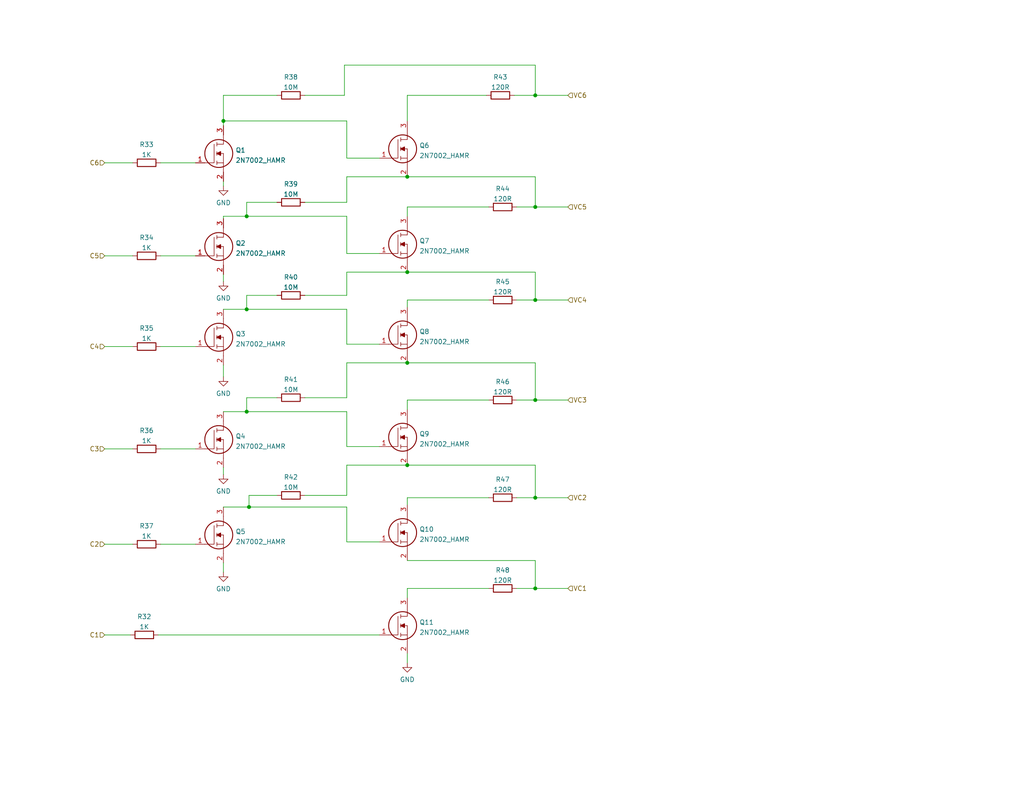
<source format=kicad_sch>
(kicad_sch (version 20211123) (generator eeschema)
  (paper "USLetter")
  (title_block (title "Lipo Auto Discharger/Balancer") (rev "1.0") (company "Quantum Embedded System"))
  (lib_symbols
    (symbol "Device:R" (pin_numbers hide) (pin_names (offset 0))
      (property "Reference" "R" (at 2.032 0 90))
      (property "Value" "R" (at 0 0 90))
      (symbol "R_0_1"
        (rectangle (start -1.016 -2.54) (end 1.016 2.54) (stroke (width 0.254)))
      )
      (symbol "R_1_1"
        (pin passive line (at 0 3.81 270) (length 1.27) (name "~") (number "1"))
        (pin passive line (at 0 -3.81 90) (length 1.27) (name "~") (number "2"))
      )
    )
    (symbol "SamacSys_Parts:2N7002_HAMR" (pin_names (offset 0.762))
      (property "Reference" "Q" (at 11.43 3.81 0))
      (property "Value" "2N7002_HAMR" (at 11.43 1.27 0))
      (symbol "2N7002_HAMR_0_0"
        (pin passive line (at 0 0 0) (length 2.54) (name "~") (number "1"))
        (pin passive line (at 7.62 -5.08 90) (length 2.54) (name "~") (number "2"))
        (pin passive line (at 7.62 10.16 270) (length 2.54) (name "~") (number "3"))
      )
      (symbol "2N7002_HAMR_0_1"
        (polyline (pts (xy 5.842 -0.508) (xy 5.842 0.508)) (stroke (width 0.1524)))
        (polyline (pts (xy 5.842 0) (xy 7.62 0)) (stroke (width 0.1524)))
        (polyline (pts (xy 5.842 2.032) (xy 5.842 3.048)) (stroke (width 0.1524)))
        (polyline (pts (xy 5.842 5.588) (xy 5.842 4.572)) (stroke (width 0.1524)))
        (polyline (pts (xy 7.62 2.54) (xy 5.842 2.54)) (stroke (width 0.1524)))
        (polyline (pts (xy 7.62 2.54) (xy 7.62 -2.54)) (stroke (width 0.1524)))
        (polyline (pts (xy 7.62 5.08) (xy 5.842 5.08)) (stroke (width 0.1524)))
        (polyline (pts (xy 7.62 5.08) (xy 7.62 7.62)) (stroke (width 0.1524)))
        (polyline (pts (xy 2.54 0) (xy 5.08 0) (xy 5.08 5.08)) (stroke (width 0.1524)))
        (polyline (pts (xy 5.842 2.54) (xy 6.858 3.048) (xy 6.858 2.032) (xy 5.842 2.54)) (stroke (width 0.254)) (fill (type outline)))
        (circle (center 6.35 2.54) (radius 3.81) (stroke (width 0.254)))
      )
    )
    (symbol "power:GND" (power) (pin_names (offset 0))
      (property "Value" "GND" (at 0 -3.81 0))
      (symbol "GND_0_1"
        (polyline (pts (xy 0 0) (xy 0 -1.27) (xy 1.27 -1.27) (xy 0 -2.54) (xy -1.27 -1.27) (xy 0 -1.27)))
      )
      (symbol "GND_1_1"
        (pin power_in line (at 0 0 270) (length 0) hide (name "GND") (number "1"))
      )
    )
  )
  (junction (at 111.125 99.06))
  (junction (at 67.31 84.455))
  (junction (at 111.125 127))
  (junction (at 111.125 48.26))
  (junction (at 111.125 74.295))
  (junction (at 67.31 112.395))
  (junction (at 146.05 56.515))
  (junction (at 146.05 135.89))
  (junction (at 146.05 26.035))
  (junction (at 146.05 109.22))
  (junction (at 146.05 160.655))
  (junction (at 146.05 81.915))
  (junction (at 60.96 33.02))
  (junction (at 67.31 59.055))
  (junction (at 67.945 138.43))
  (wire (pts (xy 146.05 26.035) (xy 154.94 26.035)))
  (wire (pts (xy 146.05 56.515) (xy 154.94 56.515)))
  (wire (pts (xy 93.98 17.78) (xy 146.05 17.78)))
  (wire (pts (xy 111.125 153.035) (xy 146.05 153.035)))
  (wire (pts (xy 83.185 135.255) (xy 94.615 135.255)))
  (wire (pts (xy 111.125 135.89) (xy 133.35 135.89)))
  (wire (pts (xy 43.815 44.45) (xy 53.34 44.45)))
  (wire (pts (xy 94.615 108.585) (xy 94.615 99.06)))
  (wire (pts (xy 75.565 80.645) (xy 67.31 80.645)))
  (wire (pts (xy 28.575 122.555) (xy 36.195 122.555)))
  (wire (pts (xy 111.125 109.22) (xy 133.35 109.22)))
  (wire (pts (xy 94.615 84.455) (xy 94.615 93.98)))
  (wire (pts (xy 111.125 81.915) (xy 133.35 81.915)))
  (wire (pts (xy 140.97 135.89) (xy 146.05 135.89)))
  (wire (pts (xy 140.97 56.515) (xy 146.05 56.515)))
  (wire (pts (xy 28.575 69.85) (xy 36.195 69.85)))
  (wire (pts (xy 111.125 59.055) (xy 111.125 56.515)))
  (wire (pts (xy 146.05 127) (xy 146.05 135.89)))
  (wire (pts (xy 111.125 74.295) (xy 146.05 74.295)))
  (wire (pts (xy 28.575 148.59) (xy 36.195 148.59)))
  (wire (pts (xy 140.97 109.22) (xy 146.05 109.22)))
  (wire (pts (xy 83.185 55.245) (xy 94.615 55.245)))
  (wire (pts (xy 111.125 127) (xy 146.05 127)))
  (wire (pts (xy 67.31 55.245) (xy 75.565 55.245)))
  (wire (pts (xy 111.125 180.975) (xy 111.125 178.435)))
  (wire (pts (xy 60.96 156.21) (xy 60.96 153.67)))
  (wire (pts (xy 103.505 43.18) (xy 94.615 43.18)))
  (wire (pts (xy 94.615 69.215) (xy 103.505 69.215)))
  (wire (pts (xy 67.31 112.395) (xy 94.615 112.395)))
  (wire (pts (xy 146.05 48.26) (xy 146.05 56.515)))
  (wire (pts (xy 60.96 49.53) (xy 60.96 50.8)))
  (wire (pts (xy 146.05 99.06) (xy 146.05 109.22)))
  (wire (pts (xy 60.96 129.54) (xy 60.96 127.635)))
  (wire (pts (xy 60.96 84.455) (xy 67.31 84.455)))
  (wire (pts (xy 94.615 127) (xy 111.125 127)))
  (wire (pts (xy 67.31 80.645) (xy 67.31 84.455)))
  (wire (pts (xy 60.96 138.43) (xy 67.945 138.43)))
  (wire (pts (xy 146.05 160.655) (xy 154.94 160.655)))
  (wire (pts (xy 146.05 135.89) (xy 154.94 135.89)))
  (wire (pts (xy 94.615 33.02) (xy 60.96 33.02)))
  (wire (pts (xy 111.125 99.06) (xy 146.05 99.06)))
  (wire (pts (xy 140.97 81.915) (xy 146.05 81.915)))
  (wire (pts (xy 67.945 138.43) (xy 94.615 138.43)))
  (wire (pts (xy 111.125 111.76) (xy 111.125 109.22)))
  (wire (pts (xy 43.815 148.59) (xy 53.34 148.59)))
  (wire (pts (xy 28.575 44.45) (xy 36.195 44.45)))
  (wire (pts (xy 94.615 43.18) (xy 94.615 33.02)))
  (wire (pts (xy 83.185 80.645) (xy 94.615 80.645)))
  (wire (pts (xy 83.185 26.035) (xy 93.98 26.035)))
  (wire (pts (xy 67.31 108.585) (xy 75.565 108.585)))
  (wire (pts (xy 94.615 59.055) (xy 94.615 69.215)))
  (wire (pts (xy 67.945 135.255) (xy 67.945 138.43)))
  (wire (pts (xy 94.615 55.245) (xy 94.615 48.26)))
  (wire (pts (xy 111.125 83.82) (xy 111.125 81.915)))
  (wire (pts (xy 60.96 34.29) (xy 60.96 33.02)))
  (wire (pts (xy 28.575 173.355) (xy 35.56 173.355)))
  (wire (pts (xy 94.615 112.395) (xy 94.615 121.92)))
  (wire (pts (xy 43.815 122.555) (xy 53.34 122.555)))
  (wire (pts (xy 60.96 59.055) (xy 67.31 59.055)))
  (wire (pts (xy 67.31 59.055) (xy 67.31 55.245)))
  (wire (pts (xy 111.125 26.035) (xy 132.715 26.035)))
  (wire (pts (xy 60.96 102.87) (xy 60.96 99.695)))
  (wire (pts (xy 93.98 26.035) (xy 93.98 17.78)))
  (wire (pts (xy 94.615 48.26) (xy 111.125 48.26)))
  (wire (pts (xy 94.615 99.06) (xy 111.125 99.06)))
  (wire (pts (xy 60.96 26.035) (xy 75.565 26.035)))
  (wire (pts (xy 111.125 56.515) (xy 133.35 56.515)))
  (wire (pts (xy 146.05 153.035) (xy 146.05 160.655)))
  (wire (pts (xy 43.18 173.355) (xy 103.505 173.355)))
  (wire (pts (xy 94.615 80.645) (xy 94.615 74.295)))
  (wire (pts (xy 28.575 94.615) (xy 36.195 94.615)))
  (wire (pts (xy 60.96 33.02) (xy 60.96 26.035)))
  (wire (pts (xy 83.185 108.585) (xy 94.615 108.585)))
  (wire (pts (xy 94.615 147.955) (xy 103.505 147.955)))
  (wire (pts (xy 67.31 84.455) (xy 94.615 84.455)))
  (wire (pts (xy 94.615 135.255) (xy 94.615 127)))
  (wire (pts (xy 94.615 121.92) (xy 103.505 121.92)))
  (wire (pts (xy 67.31 59.055) (xy 94.615 59.055)))
  (wire (pts (xy 146.05 81.915) (xy 154.94 81.915)))
  (wire (pts (xy 60.96 59.055) (xy 60.96 59.69)))
  (wire (pts (xy 67.945 135.255) (xy 75.565 135.255)))
  (wire (pts (xy 43.815 69.85) (xy 53.34 69.85)))
  (wire (pts (xy 146.05 74.295) (xy 146.05 81.915)))
  (wire (pts (xy 94.615 93.98) (xy 103.505 93.98)))
  (wire (pts (xy 111.125 135.89) (xy 111.125 137.795)))
  (wire (pts (xy 146.05 109.22) (xy 154.94 109.22)))
  (wire (pts (xy 111.125 33.02) (xy 111.125 26.035)))
  (wire (pts (xy 111.125 163.195) (xy 111.125 160.655)))
  (wire (pts (xy 67.31 112.395) (xy 67.31 108.585)))
  (wire (pts (xy 111.125 160.655) (xy 133.35 160.655)))
  (wire (pts (xy 94.615 74.295) (xy 111.125 74.295)))
  (wire (pts (xy 60.96 112.395) (xy 67.31 112.395)))
  (wire (pts (xy 94.615 138.43) (xy 94.615 147.955)))
  (wire (pts (xy 146.05 26.035) (xy 140.335 26.035)))
  (wire (pts (xy 60.96 74.93) (xy 60.96 76.835)))
  (wire (pts (xy 146.05 17.78) (xy 146.05 26.035)))
  (wire (pts (xy 43.815 94.615) (xy 53.34 94.615)))
  (wire (pts (xy 111.125 48.26) (xy 146.05 48.26)))
  (wire (pts (xy 140.97 160.655) (xy 146.05 160.655)))
  (hierarchical_label "C6" (shape input) (at 28.575 44.45 180))
  (hierarchical_label "VC1" (shape input) (at 154.94 160.655 0))
  (hierarchical_label "VC5" (shape input) (at 154.94 56.515 0))
  (hierarchical_label "C3" (shape input) (at 28.575 122.555 180))
  (hierarchical_label "C1" (shape input) (at 28.575 173.355 180))
  (hierarchical_label "VC3" (shape input) (at 154.94 109.22 0))
  (hierarchical_label "C5" (shape input) (at 28.575 69.85 180))
  (hierarchical_label "VC6" (shape input) (at 154.94 26.035 0))
  (hierarchical_label "VC4" (shape input) (at 154.94 81.915 0))
  (hierarchical_label "VC2" (shape input) (at 154.94 135.89 0))
  (hierarchical_label "C2" (shape input) (at 28.575 148.59 180))
  (hierarchical_label "C4" (shape input) (at 28.575 94.615 180))
  (symbol (lib_id "Device:R") (at 79.375 26.035 90) (unit 1)
    (property "Reference" "R38" (at 79.375 21.0525 90))
    (property "Value" "10M" (at 79.375 23.8276 90))
  )
  (symbol (lib_id "SamacSys_Parts:2N7002_HAMR") (at 53.34 148.59 0) (unit 1)
    (property "Reference" "Q5" (at 64.262 145.1415 0) (effects (justify left)))
    (property "Value" "2N7002_HAMR" (at 64.262 147.9166 0) (effects (justify left)))
    (property "Footprint" "2N7002HAMR" (effects hide))
    (property "Datasheet" "https://assets.nexperia.com/documents/data-sheet/2N7002.pdf" (effects hide))
    (property "Description" "60 V, 300 mA N-channel Trench MOSFET VDS:60v  ID:300 ma" (effects hide))
    (property "Height" "1.1" (effects hide))
    (property "Mouser Part Number" "771-2N7002/HAMR" (effects hide))
    (property "Mouser Price/Stock" "https://www.mouser.co.uk/ProductDetail/Nexperia/2N7002-HAMR?qs=vLWxofP3U2z6UwzQk4y2Pw%3D%3D" (effects hide))
    (property "Manufacturer_Name" "Nexperia" (effects hide))
    (property "Manufacturer_Part_Number" "2N7002/HAMR" (effects hide))
  )
  (symbol (lib_id "power:GND") (at 111.125 180.975 0) (unit 1)
    (property "Reference" "#PWR041" (effects hide))
    (property "Value" "GND" (at 111.125 185.5375 0))
  )
  (symbol (lib_id "SamacSys_Parts:2N7002_HAMR") (at 103.505 69.215 0) (unit 1)
    (property "Reference" "Q7" (at 114.427 65.7665 0) (effects (justify left)))
    (property "Value" "2N7002_HAMR" (at 114.427 68.5416 0) (effects (justify left)))
    (property "Footprint" "2N7002HAMR" (effects hide))
    (property "Datasheet" "https://assets.nexperia.com/documents/data-sheet/2N7002.pdf" (effects hide))
    (property "Description" "60 V, 300 mA N-channel Trench MOSFET VDS:60v  ID:300 ma" (effects hide))
    (property "Height" "1.1" (effects hide))
    (property "Mouser Part Number" "771-2N7002/HAMR" (effects hide))
    (property "Mouser Price/Stock" "https://www.mouser.co.uk/ProductDetail/Nexperia/2N7002-HAMR?qs=vLWxofP3U2z6UwzQk4y2Pw%3D%3D" (effects hide))
    (property "Manufacturer_Name" "Nexperia" (effects hide))
    (property "Manufacturer_Part_Number" "2N7002/HAMR" (effects hide))
  )
  (symbol (lib_id "Device:R") (at 137.16 81.915 90) (unit 1)
    (property "Reference" "R45" (at 137.16 76.9325 90))
    (property "Value" "120R" (at 137.16 79.7076 90))
  )
  (symbol (lib_id "SamacSys_Parts:2N7002_HAMR") (at 103.505 173.355 0) (unit 1)
    (property "Reference" "Q11" (at 114.427 169.9065 0) (effects (justify left)))
    (property "Value" "2N7002_HAMR" (at 114.427 172.6816 0) (effects (justify left)))
    (property "Footprint" "2N7002HAMR" (effects hide))
    (property "Datasheet" "https://assets.nexperia.com/documents/data-sheet/2N7002.pdf" (effects hide))
    (property "Description" "60 V, 300 mA N-channel Trench MOSFET VDS:60v  ID:300 ma" (effects hide))
    (property "Height" "1.1" (effects hide))
    (property "Mouser Part Number" "771-2N7002/HAMR" (effects hide))
    (property "Mouser Price/Stock" "https://www.mouser.co.uk/ProductDetail/Nexperia/2N7002-HAMR?qs=vLWxofP3U2z6UwzQk4y2Pw%3D%3D" (effects hide))
    (property "Manufacturer_Name" "Nexperia" (effects hide))
    (property "Manufacturer_Part_Number" "2N7002/HAMR" (effects hide))
  )
  (symbol (lib_id "SamacSys_Parts:2N7002_HAMR") (at 103.505 93.98 0) (unit 1)
    (property "Reference" "Q8" (at 114.427 90.5315 0) (effects (justify left)))
    (property "Value" "2N7002_HAMR" (at 114.427 93.3066 0) (effects (justify left)))
    (property "Footprint" "2N7002HAMR" (effects hide))
    (property "Datasheet" "https://assets.nexperia.com/documents/data-sheet/2N7002.pdf" (effects hide))
    (property "Description" "60 V, 300 mA N-channel Trench MOSFET VDS:60v  ID:300 ma" (effects hide))
    (property "Height" "1.1" (effects hide))
    (property "Mouser Part Number" "771-2N7002/HAMR" (effects hide))
    (property "Mouser Price/Stock" "https://www.mouser.co.uk/ProductDetail/Nexperia/2N7002-HAMR?qs=vLWxofP3U2z6UwzQk4y2Pw%3D%3D" (effects hide))
    (property "Manufacturer_Name" "Nexperia" (effects hide))
    (property "Manufacturer_Part_Number" "2N7002/HAMR" (effects hide))
  )
  (symbol (lib_id "Device:R") (at 137.16 160.655 90) (unit 1)
    (property "Reference" "R48" (at 137.16 155.6725 90))
    (property "Value" "120R" (at 137.16 158.4476 90))
  )
  (symbol (lib_id "SamacSys_Parts:2N7002_HAMR") (at 103.505 43.18 0) (unit 1)
    (property "Reference" "Q6" (at 114.427 39.7315 0) (effects (justify left)))
    (property "Value" "2N7002_HAMR" (at 114.427 42.5066 0) (effects (justify left)))
    (property "Footprint" "2N7002HAMR" (effects hide))
    (property "Datasheet" "https://assets.nexperia.com/documents/data-sheet/2N7002.pdf" (effects hide))
    (property "Description" "60 V, 300 mA N-channel Trench MOSFET VDS:60v  ID:300 ma" (effects hide))
    (property "Height" "1.1" (effects hide))
    (property "Mouser Part Number" "771-2N7002/HAMR" (effects hide))
    (property "Mouser Price/Stock" "https://www.mouser.co.uk/ProductDetail/Nexperia/2N7002-HAMR?qs=vLWxofP3U2z6UwzQk4y2Pw%3D%3D" (effects hide))
    (property "Manufacturer_Name" "Nexperia" (effects hide))
    (property "Manufacturer_Part_Number" "2N7002/HAMR" (effects hide))
  )
  (symbol (lib_id "Device:R") (at 136.525 26.035 90) (unit 1)
    (property "Reference" "R43" (at 136.525 21.0525 90))
    (property "Value" "120R" (at 136.525 23.8276 90))
  )
  (symbol (lib_id "power:GND") (at 60.96 156.21 0) (unit 1)
    (property "Reference" "#PWR040" (effects hide))
    (property "Value" "GND" (at 60.96 160.7725 0))
  )
  (symbol (lib_id "Device:R") (at 79.375 55.245 90) (unit 1)
    (property "Reference" "R39" (at 79.375 50.2625 90))
    (property "Value" "10M" (at 79.375 53.0376 90))
  )
  (symbol (lib_id "SamacSys_Parts:2N7002_HAMR") (at 53.34 69.85 0) (unit 1)
    (property "Reference" "Q2" (at 64.262 66.4015 0) (effects (justify left)))
    (property "Value" "2N7002_HAMR" (at 64.262 69.1766 0) (effects (justify left)))
    (property "Footprint" "2N7002HAMR" (effects hide))
    (property "Datasheet" "https://assets.nexperia.com/documents/data-sheet/2N7002.pdf" (effects hide))
    (property "Description" "60 V, 300 mA N-channel Trench MOSFET VDS:60v  ID:300 ma" (effects hide))
    (property "Height" "1.1" (effects hide))
    (property "Mouser Part Number" "771-2N7002/HAMR" (effects hide))
    (property "Mouser Price/Stock" "https://www.mouser.co.uk/ProductDetail/Nexperia/2N7002-HAMR?qs=vLWxofP3U2z6UwzQk4y2Pw%3D%3D" (effects hide))
    (property "Manufacturer_Name" "Nexperia" (effects hide))
    (property "Manufacturer_Part_Number" "2N7002/HAMR" (effects hide))
  )
  (symbol (lib_id "Device:R") (at 137.16 56.515 90) (unit 1)
    (property "Reference" "R44" (at 137.16 51.5325 90))
    (property "Value" "120R" (at 137.16 54.3076 90))
  )
  (symbol (lib_id "power:GND") (at 60.96 76.835 0) (unit 1)
    (property "Reference" "#PWR037" (effects hide))
    (property "Value" "GND" (at 60.96 81.3975 0))
  )
  (symbol (lib_id "Device:R") (at 40.005 44.45 90) (unit 1)
    (property "Reference" "R33" (at 40.005 39.4675 90))
    (property "Value" "1K" (at 40.005 42.2426 90))
  )
  (symbol (lib_id "SamacSys_Parts:2N7002_HAMR") (at 53.34 94.615 0) (unit 1)
    (property "Reference" "Q3" (at 64.262 91.1665 0) (effects (justify left)))
    (property "Value" "2N7002_HAMR" (at 64.262 93.9416 0) (effects (justify left)))
    (property "Footprint" "2N7002HAMR" (effects hide))
    (property "Datasheet" "https://assets.nexperia.com/documents/data-sheet/2N7002.pdf" (effects hide))
    (property "Description" "60 V, 300 mA N-channel Trench MOSFET VDS:60v  ID:300 ma" (effects hide))
    (property "Height" "1.1" (effects hide))
    (property "Mouser Part Number" "771-2N7002/HAMR" (effects hide))
    (property "Mouser Price/Stock" "https://www.mouser.co.uk/ProductDetail/Nexperia/2N7002-HAMR?qs=vLWxofP3U2z6UwzQk4y2Pw%3D%3D" (effects hide))
    (property "Manufacturer_Name" "Nexperia" (effects hide))
    (property "Manufacturer_Part_Number" "2N7002/HAMR" (effects hide))
  )
  (symbol (lib_id "Device:R") (at 137.16 135.89 90) (unit 1)
    (property "Reference" "R47" (at 137.16 130.9075 90))
    (property "Value" "120R" (at 137.16 133.6826 90))
  )
  (symbol (lib_id "Device:R") (at 39.37 173.355 90) (unit 1)
    (property "Reference" "R32" (at 39.37 168.3725 90))
    (property "Value" "1K" (at 39.37 171.1476 90))
  )
  (symbol (lib_id "power:GND") (at 60.96 129.54 0) (unit 1)
    (property "Reference" "#PWR039" (effects hide))
    (property "Value" "GND" (at 60.96 134.1025 0))
  )
  (symbol (lib_id "Device:R") (at 79.375 80.645 90) (unit 1)
    (property "Reference" "R40" (at 79.375 75.6625 90))
    (property "Value" "10M" (at 79.375 78.4376 90))
  )
  (symbol (lib_id "power:GND") (at 60.96 50.8 0) (unit 1)
    (property "Reference" "#PWR036" (effects hide))
    (property "Value" "GND" (at 60.96 55.3625 0))
  )
  (symbol (lib_id "Device:R") (at 40.005 148.59 90) (unit 1)
    (property "Reference" "R37" (at 40.005 143.6075 90))
    (property "Value" "1K" (at 40.005 146.3826 90))
  )
  (symbol (lib_id "SamacSys_Parts:2N7002_HAMR") (at 53.34 44.45 0) (unit 1)
    (property "Reference" "Q1" (at 64.262 41.0015 0) (effects (justify left)))
    (property "Value" "2N7002_HAMR" (at 64.262 43.7766 0) (effects (justify left)))
    (property "Footprint" "2N7002HAMR" (effects hide))
    (property "Datasheet" "https://assets.nexperia.com/documents/data-sheet/2N7002.pdf" (effects hide))
    (property "Description" "60 V, 300 mA N-channel Trench MOSFET VDS:60v  ID:300 ma" (effects hide))
    (property "Height" "1.1" (effects hide))
    (property "Mouser Part Number" "771-2N7002/HAMR" (effects hide))
    (property "Mouser Price/Stock" "https://www.mouser.co.uk/ProductDetail/Nexperia/2N7002-HAMR?qs=vLWxofP3U2z6UwzQk4y2Pw%3D%3D" (effects hide))
    (property "Manufacturer_Name" "Nexperia" (effects hide))
    (property "Manufacturer_Part_Number" "2N7002/HAMR" (effects hide))
  )
  (symbol (lib_id "Device:R") (at 40.005 69.85 90) (unit 1)
    (property "Reference" "R34" (at 40.005 64.8675 90))
    (property "Value" "1K" (at 40.005 67.6426 90))
  )
  (symbol (lib_id "Device:R") (at 137.16 109.22 90) (unit 1)
    (property "Reference" "R46" (at 137.16 104.2375 90))
    (property "Value" "120R" (at 137.16 107.0126 90))
  )
  (symbol (lib_id "Device:R") (at 40.005 122.555 90) (unit 1)
    (property "Reference" "R36" (at 40.005 117.5725 90))
    (property "Value" "1K" (at 40.005 120.3476 90))
  )
  (symbol (lib_id "SamacSys_Parts:2N7002_HAMR") (at 103.505 121.92 0) (unit 1)
    (property "Reference" "Q9" (at 114.427 118.4715 0) (effects (justify left)))
    (property "Value" "2N7002_HAMR" (at 114.427 121.2466 0) (effects (justify left)))
    (property "Footprint" "2N7002HAMR" (effects hide))
    (property "Datasheet" "https://assets.nexperia.com/documents/data-sheet/2N7002.pdf" (effects hide))
    (property "Description" "60 V, 300 mA N-channel Trench MOSFET VDS:60v  ID:300 ma" (effects hide))
    (property "Height" "1.1" (effects hide))
    (property "Mouser Part Number" "771-2N7002/HAMR" (effects hide))
    (property "Mouser Price/Stock" "https://www.mouser.co.uk/ProductDetail/Nexperia/2N7002-HAMR?qs=vLWxofP3U2z6UwzQk4y2Pw%3D%3D" (effects hide))
    (property "Manufacturer_Name" "Nexperia" (effects hide))
    (property "Manufacturer_Part_Number" "2N7002/HAMR" (effects hide))
  )
  (symbol (lib_id "Device:R") (at 79.375 108.585 90) (unit 1)
    (property "Reference" "R41" (at 79.375 103.6025 90))
    (property "Value" "10M" (at 79.375 106.3776 90))
  )
  (symbol (lib_id "SamacSys_Parts:2N7002_HAMR") (at 103.505 147.955 0) (unit 1)
    (property "Reference" "Q10" (at 114.427 144.5065 0) (effects (justify left)))
    (property "Value" "2N7002_HAMR" (at 114.427 147.2816 0) (effects (justify left)))
    (property "Footprint" "2N7002HAMR" (effects hide))
    (property "Datasheet" "https://assets.nexperia.com/documents/data-sheet/2N7002.pdf" (effects hide))
    (property "Description" "60 V, 300 mA N-channel Trench MOSFET VDS:60v  ID:300 ma" (effects hide))
    (property "Height" "1.1" (effects hide))
    (property "Mouser Part Number" "771-2N7002/HAMR" (effects hide))
    (property "Mouser Price/Stock" "https://www.mouser.co.uk/ProductDetail/Nexperia/2N7002-HAMR?qs=vLWxofP3U2z6UwzQk4y2Pw%3D%3D" (effects hide))
    (property "Manufacturer_Name" "Nexperia" (effects hide))
    (property "Manufacturer_Part_Number" "2N7002/HAMR" (effects hide))
  )
  (symbol (lib_id "Device:R") (at 40.005 94.615 90) (unit 1)
    (property "Reference" "R35" (at 40.005 89.6325 90))
    (property "Value" "1K" (at 40.005 92.4076 90))
  )
  (symbol (lib_id "power:GND") (at 60.96 102.87 0) (unit 1)
    (property "Reference" "#PWR038" (effects hide))
    (property "Value" "GND" (at 60.96 107.4325 0))
  )
  (symbol (lib_id "Device:R") (at 79.375 135.255 90) (unit 1)
    (property "Reference" "R42" (at 79.375 130.2725 90))
    (property "Value" "10M" (at 79.375 133.0476 90))
  )
  (symbol (lib_id "SamacSys_Parts:2N7002_HAMR") (at 53.34 122.555 0) (unit 1)
    (property "Reference" "Q4" (at 64.262 119.1065 0) (effects (justify left)))
    (property "Value" "2N7002_HAMR" (at 64.262 121.8816 0) (effects (justify left)))
    (property "Footprint" "2N7002HAMR" (effects hide))
    (property "Datasheet" "https://assets.nexperia.com/documents/data-sheet/2N7002.pdf" (effects hide))
    (property "Description" "60 V, 300 mA N-channel Trench MOSFET VDS:60v  ID:300 ma" (effects hide))
    (property "Height" "1.1" (effects hide))
    (property "Mouser Part Number" "771-2N7002/HAMR" (effects hide))
    (property "Mouser Price/Stock" "https://www.mouser.co.uk/ProductDetail/Nexperia/2N7002-HAMR?qs=vLWxofP3U2z6UwzQk4y2Pw%3D%3D" (effects hide))
    (property "Manufacturer_Name" "Nexperia" (effects hide))
    (property "Manufacturer_Part_Number" "2N7002/HAMR" (effects hide))
  )
)
</source>
